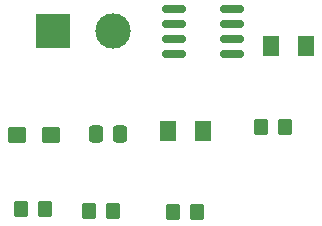
<source format=gbr>
%TF.GenerationSoftware,KiCad,Pcbnew,(6.0.10)*%
%TF.CreationDate,2023-02-17T09:16:45-08:00*%
%TF.ProjectId,Excercise2,45786365-7263-4697-9365-322e6b696361,rev?*%
%TF.SameCoordinates,Original*%
%TF.FileFunction,Soldermask,Top*%
%TF.FilePolarity,Negative*%
%FSLAX46Y46*%
G04 Gerber Fmt 4.6, Leading zero omitted, Abs format (unit mm)*
G04 Created by KiCad (PCBNEW (6.0.10)) date 2023-02-17 09:16:45*
%MOMM*%
%LPD*%
G01*
G04 APERTURE LIST*
G04 Aperture macros list*
%AMRoundRect*
0 Rectangle with rounded corners*
0 $1 Rounding radius*
0 $2 $3 $4 $5 $6 $7 $8 $9 X,Y pos of 4 corners*
0 Add a 4 corners polygon primitive as box body*
4,1,4,$2,$3,$4,$5,$6,$7,$8,$9,$2,$3,0*
0 Add four circle primitives for the rounded corners*
1,1,$1+$1,$2,$3*
1,1,$1+$1,$4,$5*
1,1,$1+$1,$6,$7*
1,1,$1+$1,$8,$9*
0 Add four rect primitives between the rounded corners*
20,1,$1+$1,$2,$3,$4,$5,0*
20,1,$1+$1,$4,$5,$6,$7,0*
20,1,$1+$1,$6,$7,$8,$9,0*
20,1,$1+$1,$8,$9,$2,$3,0*%
G04 Aperture macros list end*
%ADD10RoundRect,0.250000X-0.350000X-0.450000X0.350000X-0.450000X0.350000X0.450000X-0.350000X0.450000X0*%
%ADD11RoundRect,0.250001X-0.462499X-0.624999X0.462499X-0.624999X0.462499X0.624999X-0.462499X0.624999X0*%
%ADD12RoundRect,0.150000X-0.825000X-0.150000X0.825000X-0.150000X0.825000X0.150000X-0.825000X0.150000X0*%
%ADD13RoundRect,0.250000X-0.337500X-0.475000X0.337500X-0.475000X0.337500X0.475000X-0.337500X0.475000X0*%
%ADD14RoundRect,0.250000X-0.537500X-0.425000X0.537500X-0.425000X0.537500X0.425000X-0.537500X0.425000X0*%
%ADD15R,3.000000X3.000000*%
%ADD16C,3.000000*%
G04 APERTURE END LIST*
D10*
%TO.C,R2*%
X134490000Y-93825000D03*
X136490000Y-93825000D03*
%TD*%
D11*
%TO.C,D1*%
X155647500Y-79970000D03*
X158622500Y-79970000D03*
%TD*%
D10*
%TO.C,R4*%
X154780000Y-86825000D03*
X156780000Y-86825000D03*
%TD*%
D12*
%TO.C,U1*%
X147415000Y-76835000D03*
X147415000Y-78105000D03*
X147415000Y-79375000D03*
X147415000Y-80645000D03*
X152365000Y-80645000D03*
X152365000Y-79375000D03*
X152365000Y-78105000D03*
X152365000Y-76835000D03*
%TD*%
D10*
%TO.C,R1*%
X140240000Y-93935000D03*
X142240000Y-93935000D03*
%TD*%
D11*
%TO.C,D2*%
X146910000Y-87220000D03*
X149885000Y-87220000D03*
%TD*%
D13*
%TO.C,C2*%
X140793752Y-87470000D03*
X142868752Y-87470000D03*
%TD*%
D14*
%TO.C,C1*%
X134122500Y-87500000D03*
X136997500Y-87500000D03*
%TD*%
D10*
%TO.C,R3*%
X147350000Y-94075000D03*
X149350000Y-94075000D03*
%TD*%
D15*
%TO.C,J1*%
X137160000Y-78740000D03*
D16*
X142240000Y-78740000D03*
%TD*%
M02*

</source>
